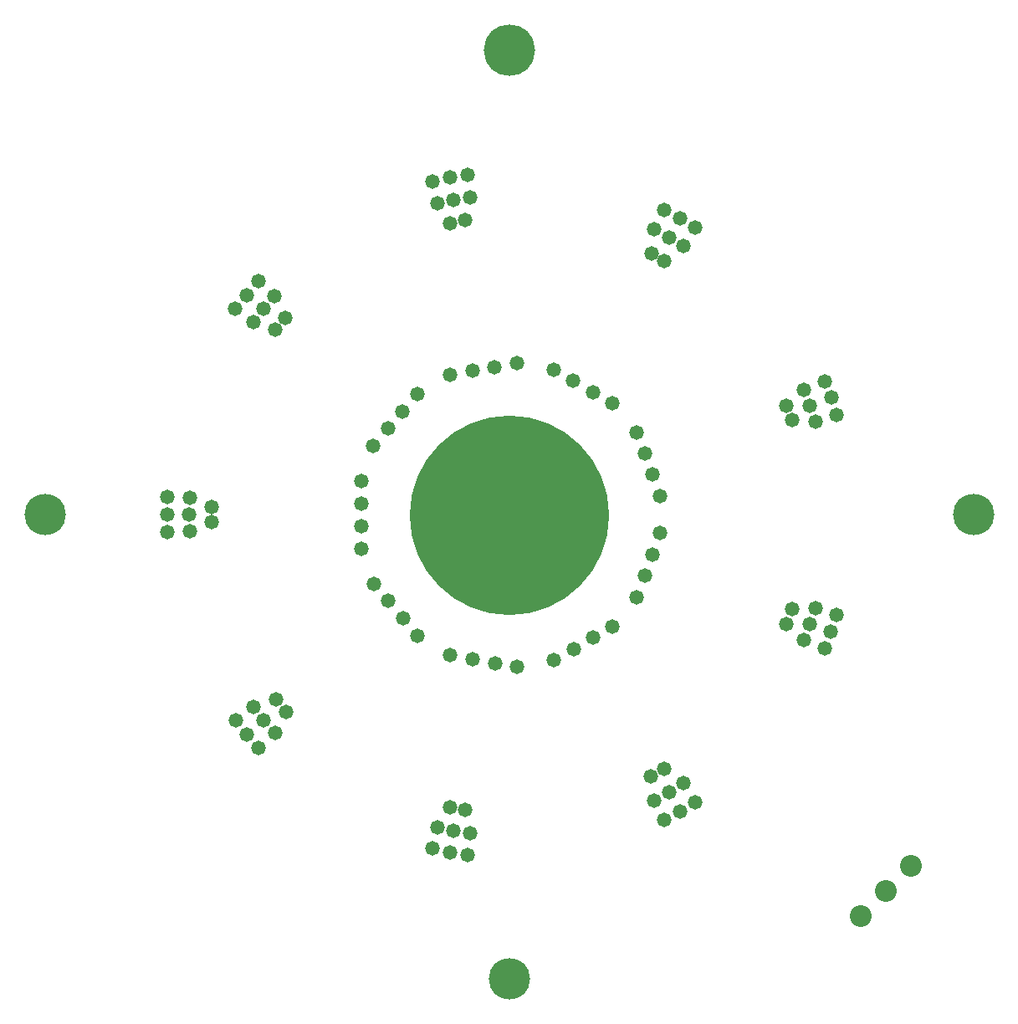
<source format=gts>
G04*
G04 #@! TF.GenerationSoftware,Altium Limited,Altium Designer,21.9.2 (33)*
G04*
G04 Layer_Color=8388736*
%FSLAX23Y23*%
%MOIN*%
G70*
G04*
G04 #@! TF.SameCoordinates,93BF6BEB-7BBE-4CB3-8882-CC5C7C9C0B20*
G04*
G04*
G04 #@! TF.FilePolarity,Negative*
G04*
G01*
G75*
%ADD10C,0.165*%
%ADD11C,0.205*%
%ADD12C,0.795*%
%ADD13C,0.058*%
%ADD14C,0.087*%
D10*
X2165Y3000D02*
D03*
X5865D02*
D03*
X4015Y1150D02*
D03*
D11*
Y4850D02*
D03*
D12*
X4016Y2998D02*
D03*
D13*
X2742Y3067D02*
D03*
X2653Y3072D02*
D03*
X3779Y4162D02*
D03*
X4634Y4215D02*
D03*
X3849Y1644D02*
D03*
X3476Y2725D02*
D03*
X4696Y4181D02*
D03*
X4593Y4136D02*
D03*
X4634Y4011D02*
D03*
X4581Y4042D02*
D03*
X4652Y4104D02*
D03*
X4709Y4069D02*
D03*
X4757Y4143D02*
D03*
X3474Y3274D02*
D03*
X3532Y3343D02*
D03*
X3590Y3412D02*
D03*
X3648Y3481D02*
D03*
X2968Y3875D02*
D03*
X2924Y3820D02*
D03*
X2995Y3766D02*
D03*
X3124Y3785D02*
D03*
X3084Y3738D02*
D03*
X3036Y3819D02*
D03*
X3080Y3869D02*
D03*
X3016Y3929D02*
D03*
X3849Y4353D02*
D03*
X3860Y4265D02*
D03*
X3794Y4255D02*
D03*
X3840Y4173D02*
D03*
X3728Y4242D02*
D03*
X3708Y4328D02*
D03*
X3778Y4343D02*
D03*
X4045Y3604D02*
D03*
X3957Y3588D02*
D03*
X3868Y3573D02*
D03*
X3779Y3557D02*
D03*
X4192Y3578D02*
D03*
X4270Y3533D02*
D03*
X4348Y3488D02*
D03*
X4426Y3443D02*
D03*
X5320Y3398D02*
D03*
X5236Y3372D02*
D03*
X5214Y3435D02*
D03*
X5120Y3434D02*
D03*
X5141Y3376D02*
D03*
X5190Y3498D02*
D03*
X5272Y3532D02*
D03*
X5298Y3466D02*
D03*
X4617Y3075D02*
D03*
X4586Y3159D02*
D03*
X4555Y3244D02*
D03*
X4524Y3328D02*
D03*
X4617Y2926D02*
D03*
X4586Y2841D02*
D03*
X4555Y2757D02*
D03*
X4524Y2672D02*
D03*
X5297Y2534D02*
D03*
X5320Y2602D02*
D03*
X5235Y2628D02*
D03*
X5120Y2565D02*
D03*
X5141Y2624D02*
D03*
X5214Y2564D02*
D03*
X5190Y2502D02*
D03*
X5271Y2467D02*
D03*
X4633Y1783D02*
D03*
X4593Y1862D02*
D03*
X4652Y1894D02*
D03*
X4634Y1987D02*
D03*
X4580Y1956D02*
D03*
X4709Y1929D02*
D03*
X4757Y1855D02*
D03*
X4696Y1818D02*
D03*
X4193Y2420D02*
D03*
X4271Y2465D02*
D03*
X4349Y2510D02*
D03*
X4426Y2555D02*
D03*
X4046Y2393D02*
D03*
X3958Y2408D02*
D03*
X3869Y2424D02*
D03*
X3780Y2440D02*
D03*
X3779Y1654D02*
D03*
X3860Y1732D02*
D03*
X3779Y1835D02*
D03*
X3840Y1824D02*
D03*
X3794Y1742D02*
D03*
X3729Y1755D02*
D03*
X3709Y1669D02*
D03*
X2925Y2181D02*
D03*
X2996Y2234D02*
D03*
X3037Y2182D02*
D03*
X3126Y2215D02*
D03*
X3086Y2263D02*
D03*
X3082Y2132D02*
D03*
X3017Y2071D02*
D03*
X2970Y2125D02*
D03*
X3534Y2656D02*
D03*
X3592Y2587D02*
D03*
X3649Y2518D02*
D03*
X3425Y2955D02*
D03*
X2651Y3000D02*
D03*
X3425Y3135D02*
D03*
Y3045D02*
D03*
X2829Y2969D02*
D03*
Y3032D02*
D03*
X2740Y3000D02*
D03*
X2742Y2934D02*
D03*
X2653Y2929D02*
D03*
X3425Y2865D02*
D03*
D14*
X5615Y1600D02*
D03*
X5515Y1500D02*
D03*
X5415Y1400D02*
D03*
M02*

</source>
